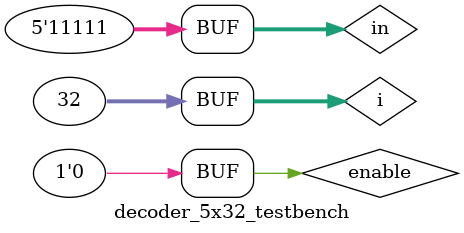
<source format=sv>
module decoder_5x32 (in, out, enable);

input enable;
input [4:0] in;
output [31:0] out;

logic [1:0] enable_int;

decoder_4x16 d1(.in(in[3:0]), .out(out[15:0]), .enable(enable_int[0]));
decoder_4x16 d2(.in(in[3:0]), .out(out[31:16]), .enable(enable_int[1]));

decoder_1x2 d_int (.in(in[4]), .out(enable_int), .enable(enable));

endmodule

module decoder_5x32_testbench ();
    logic enable;
    logic [4:0] in;
    logic [31:0] out;

    integer i;

    decoder_2x4 dut (.in(in), .out(out), .enable(enable));

    initial begin
        enable = 1;
        for (i=0; i<32; i=i+1) begin
            in = i;
        end

        enable = 0;
        for (i=0; i<32; i=i+1) begin
            in = i;
        end
    end
endmodule

</source>
